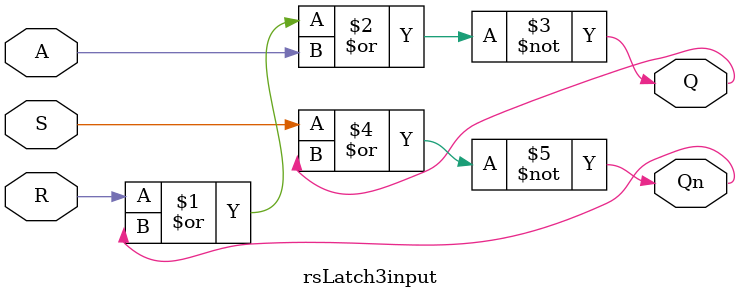
<source format=v>
`timescale 1ns / 1ps
module rsLatch3input(
    input R,
    input S,
	 input A,
    output Q,
    output Qn
    );
	 
	 assign Q = ~(R|Qn|A);
	 assign Qn = ~(S|Q);


endmodule

</source>
